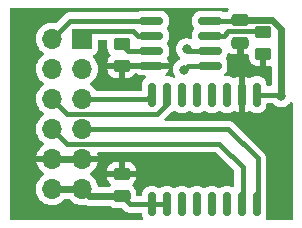
<source format=gtl>
%TF.GenerationSoftware,KiCad,Pcbnew,(6.0.5)*%
%TF.CreationDate,2024-07-06T21:03:59+02:00*%
%TF.ProjectId,pmod_mem_2v0,706d6f64-5f6d-4656-9d5f-3276302e6b69,rev?*%
%TF.SameCoordinates,Original*%
%TF.FileFunction,Copper,L1,Top*%
%TF.FilePolarity,Positive*%
%FSLAX46Y46*%
G04 Gerber Fmt 4.6, Leading zero omitted, Abs format (unit mm)*
G04 Created by KiCad (PCBNEW (6.0.5)) date 2024-07-06 21:03:59*
%MOMM*%
%LPD*%
G01*
G04 APERTURE LIST*
G04 Aperture macros list*
%AMRoundRect*
0 Rectangle with rounded corners*
0 $1 Rounding radius*
0 $2 $3 $4 $5 $6 $7 $8 $9 X,Y pos of 4 corners*
0 Add a 4 corners polygon primitive as box body*
4,1,4,$2,$3,$4,$5,$6,$7,$8,$9,$2,$3,0*
0 Add four circle primitives for the rounded corners*
1,1,$1+$1,$2,$3*
1,1,$1+$1,$4,$5*
1,1,$1+$1,$6,$7*
1,1,$1+$1,$8,$9*
0 Add four rect primitives between the rounded corners*
20,1,$1+$1,$2,$3,$4,$5,0*
20,1,$1+$1,$4,$5,$6,$7,0*
20,1,$1+$1,$6,$7,$8,$9,0*
20,1,$1+$1,$8,$9,$2,$3,0*%
G04 Aperture macros list end*
%TA.AperFunction,SMDPad,CuDef*%
%ADD10RoundRect,0.250000X-0.475000X0.250000X-0.475000X-0.250000X0.475000X-0.250000X0.475000X0.250000X0*%
%TD*%
%TA.AperFunction,SMDPad,CuDef*%
%ADD11RoundRect,0.150000X0.150000X-0.875000X0.150000X0.875000X-0.150000X0.875000X-0.150000X-0.875000X0*%
%TD*%
%TA.AperFunction,SMDPad,CuDef*%
%ADD12RoundRect,0.250000X-0.450000X0.262500X-0.450000X-0.262500X0.450000X-0.262500X0.450000X0.262500X0*%
%TD*%
%TA.AperFunction,SMDPad,CuDef*%
%ADD13RoundRect,0.250000X0.475000X-0.250000X0.475000X0.250000X-0.475000X0.250000X-0.475000X-0.250000X0*%
%TD*%
%TA.AperFunction,ComponentPad*%
%ADD14R,1.700000X1.700000*%
%TD*%
%TA.AperFunction,ComponentPad*%
%ADD15O,1.700000X1.700000*%
%TD*%
%TA.AperFunction,SMDPad,CuDef*%
%ADD16RoundRect,0.150000X-0.825000X-0.150000X0.825000X-0.150000X0.825000X0.150000X-0.825000X0.150000X0*%
%TD*%
%TA.AperFunction,ViaPad*%
%ADD17C,0.800000*%
%TD*%
%TA.AperFunction,Conductor*%
%ADD18C,0.400000*%
%TD*%
%TA.AperFunction,Conductor*%
%ADD19C,0.600000*%
%TD*%
G04 APERTURE END LIST*
D10*
%TO.P,C2,1*%
%TO.N,+3V3*%
X158000000Y-93050000D03*
%TO.P,C2,2*%
%TO.N,GND*%
X158000000Y-94950000D03*
%TD*%
D11*
%TO.P,U2,1,~HOLD*%
%TO.N,+3V3*%
X150555000Y-108650000D03*
%TO.P,U2,2,VCC*%
X151825000Y-108650000D03*
%TO.P,U2,3,NC1*%
%TO.N,unconnected-(U2-Pad3)*%
X153095000Y-108650000D03*
%TO.P,U2,4,NC2*%
%TO.N,unconnected-(U2-Pad4)*%
X154365000Y-108650000D03*
%TO.P,U2,5,NC3*%
%TO.N,unconnected-(U2-Pad5)*%
X155635000Y-108650000D03*
%TO.P,U2,6,NC4*%
%TO.N,unconnected-(U2-Pad6)*%
X156905000Y-108650000D03*
%TO.P,U2,7,~CS*%
%TO.N,/AT_NCS*%
X158175000Y-108650000D03*
%TO.P,U2,8,SO(SOI)*%
%TO.N,/AT_MISO*%
X159445000Y-108650000D03*
%TO.P,U2,9,~WP*%
%TO.N,+3V3*%
X159445000Y-99350000D03*
%TO.P,U2,10,GND*%
%TO.N,GND*%
X158175000Y-99350000D03*
%TO.P,U2,11,NC5*%
%TO.N,unconnected-(U2-Pad11)*%
X156905000Y-99350000D03*
%TO.P,U2,12,NC6*%
%TO.N,unconnected-(U2-Pad12)*%
X155635000Y-99350000D03*
%TO.P,U2,13,NC7*%
%TO.N,unconnected-(U2-Pad13)*%
X154365000Y-99350000D03*
%TO.P,U2,14,NC8*%
%TO.N,unconnected-(U2-Pad14)*%
X153095000Y-99350000D03*
%TO.P,U2,15,SI(SIO)*%
%TO.N,/AT_MOSI*%
X151825000Y-99350000D03*
%TO.P,U2,16,SCK*%
%TO.N,/AT_SCK*%
X150555000Y-99350000D03*
%TD*%
D12*
%TO.P,R2,1*%
%TO.N,Net-(R2-Pad1)*%
X160000000Y-94087500D03*
%TO.P,R2,2*%
%TO.N,GND*%
X160000000Y-95912500D03*
%TD*%
D13*
%TO.P,C1,1*%
%TO.N,+3V3*%
X148000000Y-107950000D03*
%TO.P,C1,2*%
%TO.N,GND*%
X148000000Y-106050000D03*
%TD*%
D14*
%TO.P,PMOD1,1,IOA0*%
%TO.N,/PM_MISO*%
X144650000Y-94650000D03*
D15*
%TO.P,PMOD1,2,IOA1*%
%TO.N,/PM_MOSI*%
X144650000Y-97190000D03*
%TO.P,PMOD1,3,IOA2*%
%TO.N,/AT_SCK*%
X144650000Y-99730000D03*
%TO.P,PMOD1,4,IOA3*%
%TO.N,/AT_MISO*%
X144650000Y-102270000D03*
%TO.P,PMOD1,5,GND*%
%TO.N,GND*%
X144650000Y-104810000D03*
%TO.P,PMOD1,6,VCC*%
%TO.N,+3V3*%
X144650000Y-107350000D03*
%TO.P,PMOD1,7,IOB0*%
%TO.N,/PM_NCS*%
X142110000Y-94650000D03*
%TO.P,PMOD1,8,IOB1*%
%TO.N,/PM_SCK*%
X142110000Y-97190000D03*
%TO.P,PMOD1,9,IOB2*%
%TO.N,/AT_MOSI*%
X142110000Y-99730000D03*
%TO.P,PMOD1,10,IOB3*%
%TO.N,/AT_NCS*%
X142110000Y-102270000D03*
%TO.P,PMOD1,11,GND*%
%TO.N,GND*%
X142110000Y-104810000D03*
%TO.P,PMOD1,12,VCC*%
%TO.N,+3V3*%
X142110000Y-107350000D03*
%TD*%
D12*
%TO.P,R1,1*%
%TO.N,Net-(R1-Pad1)*%
X148000000Y-95087500D03*
%TO.P,R1,2*%
%TO.N,GND*%
X148000000Y-96912500D03*
%TD*%
D16*
%TO.P,U1,1,~CE*%
%TO.N,/PM_NCS*%
X150525000Y-93095000D03*
%TO.P,U1,2,SO/SIO[1]*%
%TO.N,/PM_MISO*%
X150525000Y-94365000D03*
%TO.P,U1,3,SIO[2]*%
%TO.N,Net-(R1-Pad1)*%
X150525000Y-95635000D03*
%TO.P,U1,4,VSS*%
%TO.N,GND*%
X150525000Y-96905000D03*
%TO.P,U1,5,SI/SIO[0]*%
%TO.N,/PM_MOSI*%
X155475000Y-96905000D03*
%TO.P,U1,6,CLK*%
%TO.N,/PM_SCK*%
X155475000Y-95635000D03*
%TO.P,U1,7,SIO[3]*%
%TO.N,Net-(R2-Pad1)*%
X155475000Y-94365000D03*
%TO.P,U1,8,VCC*%
%TO.N,+3V3*%
X155475000Y-93095000D03*
%TD*%
D17*
%TO.N,GND*%
X148000000Y-98500000D03*
X159000000Y-102000000D03*
X158000000Y-96500000D03*
X156750000Y-106250000D03*
%TO.N,/PM_MOSI*%
X153250000Y-97250000D03*
%TO.N,/PM_SCK*%
X153500000Y-95500000D03*
%TO.N,+3V3*%
X161500000Y-99500000D03*
%TD*%
D18*
%TO.N,GND*%
X150525000Y-96905000D02*
X148007500Y-96905000D01*
X158175000Y-99350000D02*
X158175000Y-101175000D01*
X158175000Y-101175000D02*
X159000000Y-102000000D01*
D19*
X142110000Y-104810000D02*
X144650000Y-104810000D01*
X158000000Y-94950000D02*
X158000000Y-96500000D01*
D18*
X148000000Y-96912500D02*
X148000000Y-98500000D01*
X148007500Y-96905000D02*
X148000000Y-96912500D01*
%TO.N,Net-(R1-Pad1)*%
X148547500Y-95635000D02*
X148000000Y-95087500D01*
X150525000Y-95635000D02*
X148547500Y-95635000D01*
%TO.N,Net-(R2-Pad1)*%
X159912500Y-94000000D02*
X160000000Y-94087500D01*
X157000000Y-94000000D02*
X159912500Y-94000000D01*
X156635000Y-94365000D02*
X157000000Y-94000000D01*
X155475000Y-94365000D02*
X156635000Y-94365000D01*
%TO.N,/PM_NCS*%
X143665000Y-93095000D02*
X142110000Y-94650000D01*
X150525000Y-93095000D02*
X143665000Y-93095000D01*
%TO.N,/PM_MISO*%
X149000000Y-94000000D02*
X145300000Y-94000000D01*
X145300000Y-94000000D02*
X144650000Y-94650000D01*
X149365000Y-94365000D02*
X149000000Y-94000000D01*
X150525000Y-94365000D02*
X149365000Y-94365000D01*
%TO.N,/PM_MOSI*%
X153250000Y-97250000D02*
X153595000Y-96905000D01*
X153595000Y-96905000D02*
X155475000Y-96905000D01*
%TO.N,/PM_SCK*%
X155475000Y-95635000D02*
X153635000Y-95635000D01*
X153635000Y-95635000D02*
X153500000Y-95500000D01*
%TO.N,+3V3*%
X155475000Y-93095000D02*
X157955000Y-93095000D01*
D19*
X145250000Y-107950000D02*
X144650000Y-107350000D01*
D18*
X150555000Y-108650000D02*
X148700000Y-108650000D01*
D19*
X160734981Y-93050000D02*
X161500000Y-93815019D01*
D18*
X151825000Y-108650000D02*
X150555000Y-108650000D01*
D19*
X148000000Y-107950000D02*
X145250000Y-107950000D01*
D18*
X157955000Y-93095000D02*
X158000000Y-93050000D01*
D19*
X161500000Y-93815019D02*
X161500000Y-99500000D01*
D18*
X148700000Y-108650000D02*
X148000000Y-107950000D01*
D19*
X142110000Y-107350000D02*
X144650000Y-107350000D01*
D18*
X159445000Y-99350000D02*
X161350000Y-99350000D01*
X161350000Y-99350000D02*
X161500000Y-99500000D01*
D19*
X158000000Y-93050000D02*
X160734981Y-93050000D01*
D18*
%TO.N,/AT_NCS*%
X143359511Y-103519511D02*
X156269511Y-103519511D01*
X142110000Y-102270000D02*
X143359511Y-103519511D01*
X158250000Y-108575000D02*
X158175000Y-108650000D01*
X158250000Y-105500000D02*
X158250000Y-108575000D01*
X156269511Y-103519511D02*
X158250000Y-105500000D01*
%TO.N,/AT_MISO*%
X159500000Y-104750000D02*
X159500000Y-108595000D01*
X144650000Y-102270000D02*
X157020000Y-102270000D01*
X159500000Y-108595000D02*
X159445000Y-108650000D01*
X157020000Y-102270000D02*
X159500000Y-104750000D01*
%TO.N,/AT_MOSI*%
X151825000Y-100175000D02*
X151020489Y-100979511D01*
X151020489Y-100979511D02*
X143359511Y-100979511D01*
X143359511Y-100979511D02*
X142110000Y-99730000D01*
X151825000Y-99350000D02*
X151825000Y-100175000D01*
%TO.N,/AT_SCK*%
X144650000Y-99730000D02*
X150175000Y-99730000D01*
X150175000Y-99730000D02*
X150555000Y-99350000D01*
%TD*%
%TA.AperFunction,Conductor*%
%TO.N,GND*%
G36*
X158196121Y-94728502D02*
G01*
X158242614Y-94782158D01*
X158254000Y-94834500D01*
X158254000Y-95939884D01*
X158258475Y-95955123D01*
X158259865Y-95956328D01*
X158267548Y-95957999D01*
X158522095Y-95957999D01*
X158528614Y-95957662D01*
X158624203Y-95947744D01*
X158639404Y-95944461D01*
X158710212Y-95949633D01*
X158766983Y-95992265D01*
X158791693Y-96058823D01*
X158792001Y-96067622D01*
X158792001Y-96222095D01*
X158792338Y-96228614D01*
X158802257Y-96324206D01*
X158805149Y-96337600D01*
X158856588Y-96491784D01*
X158862761Y-96504962D01*
X158948063Y-96642807D01*
X158957099Y-96654208D01*
X159071829Y-96768739D01*
X159083240Y-96777751D01*
X159221243Y-96862816D01*
X159234424Y-96868963D01*
X159388710Y-96920138D01*
X159402086Y-96923005D01*
X159496438Y-96932672D01*
X159502854Y-96933000D01*
X159727885Y-96933000D01*
X159743124Y-96928525D01*
X159744329Y-96927135D01*
X159746000Y-96919452D01*
X159746000Y-95784500D01*
X159766002Y-95716379D01*
X159819658Y-95669886D01*
X159872000Y-95658500D01*
X160128000Y-95658500D01*
X160196121Y-95678502D01*
X160242614Y-95732158D01*
X160254000Y-95784500D01*
X160254000Y-96914884D01*
X160258475Y-96930123D01*
X160259865Y-96931328D01*
X160267548Y-96932999D01*
X160497095Y-96932999D01*
X160503614Y-96932662D01*
X160552497Y-96927590D01*
X160622318Y-96940455D01*
X160674100Y-96989026D01*
X160691500Y-97052917D01*
X160691500Y-98515500D01*
X160671498Y-98583621D01*
X160617842Y-98630114D01*
X160565500Y-98641500D01*
X160379500Y-98641500D01*
X160311379Y-98621498D01*
X160264886Y-98567842D01*
X160253500Y-98515500D01*
X160253500Y-98408498D01*
X160252919Y-98401114D01*
X160251067Y-98377579D01*
X160251066Y-98377574D01*
X160250562Y-98371169D01*
X160204145Y-98211399D01*
X160173766Y-98160031D01*
X160123491Y-98075020D01*
X160123489Y-98075017D01*
X160119453Y-98068193D01*
X160001807Y-97950547D01*
X159994983Y-97946511D01*
X159994980Y-97946509D01*
X159865427Y-97869892D01*
X159865425Y-97869891D01*
X159858601Y-97865855D01*
X159850990Y-97863644D01*
X159850988Y-97863643D01*
X159763142Y-97838122D01*
X159698831Y-97819438D01*
X159692426Y-97818934D01*
X159692421Y-97818933D01*
X159663958Y-97816693D01*
X159663950Y-97816693D01*
X159661502Y-97816500D01*
X159228498Y-97816500D01*
X159226050Y-97816693D01*
X159226042Y-97816693D01*
X159197579Y-97818933D01*
X159197574Y-97818934D01*
X159191169Y-97819438D01*
X159126858Y-97838122D01*
X159039012Y-97863643D01*
X159039010Y-97863644D01*
X159031399Y-97865855D01*
X158888193Y-97950547D01*
X158885253Y-97953487D01*
X158820729Y-97978821D01*
X158751106Y-97964920D01*
X158732360Y-97952871D01*
X158724677Y-97946911D01*
X158595221Y-97870352D01*
X158580790Y-97864107D01*
X158446395Y-97825061D01*
X158432294Y-97825101D01*
X158429000Y-97832370D01*
X158429000Y-100861878D01*
X158432973Y-100875409D01*
X158440871Y-100876544D01*
X158580790Y-100835893D01*
X158595221Y-100829648D01*
X158724676Y-100753090D01*
X158732364Y-100747126D01*
X158798449Y-100721179D01*
X158868072Y-100735080D01*
X158884158Y-100745418D01*
X158888193Y-100749453D01*
X159031399Y-100834145D01*
X159039010Y-100836356D01*
X159039012Y-100836357D01*
X159063004Y-100843327D01*
X159191169Y-100880562D01*
X159197574Y-100881066D01*
X159197579Y-100881067D01*
X159226042Y-100883307D01*
X159226050Y-100883307D01*
X159228498Y-100883500D01*
X159661502Y-100883500D01*
X159663950Y-100883307D01*
X159663958Y-100883307D01*
X159692421Y-100881067D01*
X159692426Y-100881066D01*
X159698831Y-100880562D01*
X159826996Y-100843327D01*
X159850988Y-100836357D01*
X159850990Y-100836356D01*
X159858601Y-100834145D01*
X159887411Y-100817107D01*
X159994980Y-100753491D01*
X159994984Y-100753488D01*
X160001807Y-100749453D01*
X160119453Y-100631807D01*
X160123489Y-100624983D01*
X160123491Y-100624980D01*
X160200108Y-100495427D01*
X160204145Y-100488601D01*
X160250562Y-100328831D01*
X160253500Y-100291502D01*
X160253500Y-100184500D01*
X160273502Y-100116379D01*
X160327158Y-100069886D01*
X160379500Y-100058500D01*
X160724271Y-100058500D01*
X160792392Y-100078502D01*
X160817906Y-100100189D01*
X160888747Y-100178866D01*
X161043248Y-100291118D01*
X161049276Y-100293802D01*
X161049278Y-100293803D01*
X161211681Y-100366109D01*
X161217712Y-100368794D01*
X161311113Y-100388647D01*
X161398056Y-100407128D01*
X161398061Y-100407128D01*
X161404513Y-100408500D01*
X161595487Y-100408500D01*
X161601939Y-100407128D01*
X161601944Y-100407128D01*
X161688887Y-100388647D01*
X161782288Y-100368794D01*
X161788319Y-100366109D01*
X161950722Y-100293803D01*
X161950724Y-100293802D01*
X161956752Y-100291118D01*
X162111253Y-100178866D01*
X162152915Y-100132596D01*
X162234621Y-100041852D01*
X162234622Y-100041851D01*
X162239040Y-100036944D01*
X162256382Y-100006907D01*
X162307764Y-99957915D01*
X162377478Y-99944480D01*
X162443389Y-99970867D01*
X162484570Y-100028699D01*
X162491500Y-100069909D01*
X162491500Y-109865500D01*
X162471498Y-109933621D01*
X162417842Y-109980114D01*
X162365500Y-109991500D01*
X160305052Y-109991500D01*
X160236931Y-109971498D01*
X160190438Y-109917842D01*
X160180334Y-109847568D01*
X160196598Y-109801362D01*
X160200109Y-109795425D01*
X160204145Y-109788601D01*
X160250562Y-109628831D01*
X160253500Y-109591502D01*
X160253500Y-107708498D01*
X160250562Y-107671169D01*
X160213503Y-107543609D01*
X160208500Y-107508457D01*
X160208500Y-104778927D01*
X160208792Y-104770358D01*
X160212210Y-104720225D01*
X160212210Y-104720221D01*
X160212726Y-104712648D01*
X160201736Y-104649681D01*
X160200775Y-104643165D01*
X160194014Y-104587298D01*
X160193102Y-104579758D01*
X160190419Y-104572657D01*
X160189778Y-104570048D01*
X160185313Y-104553728D01*
X160184548Y-104551195D01*
X160183243Y-104543717D01*
X160157552Y-104485190D01*
X160155067Y-104479102D01*
X160135172Y-104426449D01*
X160135171Y-104426447D01*
X160132487Y-104419344D01*
X160128186Y-104413085D01*
X160126949Y-104410720D01*
X160118727Y-104395948D01*
X160117372Y-104393656D01*
X160114316Y-104386695D01*
X160109691Y-104380668D01*
X160109689Y-104380664D01*
X160075407Y-104335987D01*
X160071529Y-104330650D01*
X160039659Y-104284278D01*
X160039658Y-104284277D01*
X160035357Y-104278019D01*
X159988838Y-104236572D01*
X159983563Y-104231592D01*
X157541442Y-101789472D01*
X157535588Y-101783206D01*
X157502556Y-101745340D01*
X157502553Y-101745337D01*
X157497561Y-101739615D01*
X157445280Y-101702871D01*
X157439986Y-101698939D01*
X157395693Y-101664209D01*
X157389718Y-101659524D01*
X157382802Y-101656401D01*
X157380516Y-101655017D01*
X157365835Y-101646643D01*
X157363475Y-101645378D01*
X157357261Y-101641010D01*
X157350182Y-101638250D01*
X157350180Y-101638249D01*
X157297725Y-101617798D01*
X157291656Y-101615247D01*
X157233427Y-101588955D01*
X157225960Y-101587571D01*
X157223405Y-101586770D01*
X157207152Y-101582141D01*
X157204572Y-101581478D01*
X157197491Y-101578718D01*
X157189960Y-101577727D01*
X157189958Y-101577726D01*
X157160339Y-101573827D01*
X157134139Y-101570378D01*
X157127641Y-101569348D01*
X157064814Y-101557704D01*
X157057234Y-101558141D01*
X157057233Y-101558141D01*
X157002608Y-101561291D01*
X156995354Y-101561500D01*
X151744661Y-101561500D01*
X151676540Y-101541498D01*
X151630047Y-101487842D01*
X151619943Y-101417568D01*
X151649437Y-101352988D01*
X151655566Y-101346404D01*
X151882359Y-101119612D01*
X152115969Y-100886002D01*
X152169912Y-100854101D01*
X152230986Y-100836358D01*
X152230991Y-100836356D01*
X152238601Y-100834145D01*
X152381807Y-100749453D01*
X152384489Y-100746771D01*
X152448861Y-100721498D01*
X152518484Y-100735400D01*
X152534312Y-100745572D01*
X152538193Y-100749453D01*
X152681399Y-100834145D01*
X152689010Y-100836356D01*
X152689012Y-100836357D01*
X152713004Y-100843327D01*
X152841169Y-100880562D01*
X152847574Y-100881066D01*
X152847579Y-100881067D01*
X152876042Y-100883307D01*
X152876050Y-100883307D01*
X152878498Y-100883500D01*
X153311502Y-100883500D01*
X153313950Y-100883307D01*
X153313958Y-100883307D01*
X153342421Y-100881067D01*
X153342426Y-100881066D01*
X153348831Y-100880562D01*
X153476996Y-100843327D01*
X153500988Y-100836357D01*
X153500990Y-100836356D01*
X153508601Y-100834145D01*
X153651807Y-100749453D01*
X153654489Y-100746771D01*
X153718861Y-100721498D01*
X153788484Y-100735400D01*
X153804312Y-100745572D01*
X153808193Y-100749453D01*
X153951399Y-100834145D01*
X153959010Y-100836356D01*
X153959012Y-100836357D01*
X153983004Y-100843327D01*
X154111169Y-100880562D01*
X154117574Y-100881066D01*
X154117579Y-100881067D01*
X154146042Y-100883307D01*
X154146050Y-100883307D01*
X154148498Y-100883500D01*
X154581502Y-100883500D01*
X154583950Y-100883307D01*
X154583958Y-100883307D01*
X154612421Y-100881067D01*
X154612426Y-100881066D01*
X154618831Y-100880562D01*
X154746996Y-100843327D01*
X154770988Y-100836357D01*
X154770990Y-100836356D01*
X154778601Y-100834145D01*
X154921807Y-100749453D01*
X154924489Y-100746771D01*
X154988861Y-100721498D01*
X155058484Y-100735400D01*
X155074312Y-100745572D01*
X155078193Y-100749453D01*
X155221399Y-100834145D01*
X155229010Y-100836356D01*
X155229012Y-100836357D01*
X155253004Y-100843327D01*
X155381169Y-100880562D01*
X155387574Y-100881066D01*
X155387579Y-100881067D01*
X155416042Y-100883307D01*
X155416050Y-100883307D01*
X155418498Y-100883500D01*
X155851502Y-100883500D01*
X155853950Y-100883307D01*
X155853958Y-100883307D01*
X155882421Y-100881067D01*
X155882426Y-100881066D01*
X155888831Y-100880562D01*
X156016996Y-100843327D01*
X156040988Y-100836357D01*
X156040990Y-100836356D01*
X156048601Y-100834145D01*
X156191807Y-100749453D01*
X156194489Y-100746771D01*
X156258861Y-100721498D01*
X156328484Y-100735400D01*
X156344312Y-100745572D01*
X156348193Y-100749453D01*
X156491399Y-100834145D01*
X156499010Y-100836356D01*
X156499012Y-100836357D01*
X156523004Y-100843327D01*
X156651169Y-100880562D01*
X156657574Y-100881066D01*
X156657579Y-100881067D01*
X156686042Y-100883307D01*
X156686050Y-100883307D01*
X156688498Y-100883500D01*
X157121502Y-100883500D01*
X157123950Y-100883307D01*
X157123958Y-100883307D01*
X157152421Y-100881067D01*
X157152426Y-100881066D01*
X157158831Y-100880562D01*
X157286996Y-100843327D01*
X157310988Y-100836357D01*
X157310990Y-100836356D01*
X157318601Y-100834145D01*
X157461807Y-100749453D01*
X157464747Y-100746513D01*
X157529271Y-100721179D01*
X157598894Y-100735080D01*
X157617640Y-100747129D01*
X157625323Y-100753089D01*
X157754779Y-100829648D01*
X157769210Y-100835893D01*
X157903605Y-100874939D01*
X157917706Y-100874899D01*
X157921000Y-100867630D01*
X157921000Y-97838122D01*
X157917027Y-97824591D01*
X157909129Y-97823456D01*
X157769210Y-97864107D01*
X157754779Y-97870352D01*
X157625324Y-97946910D01*
X157617636Y-97952874D01*
X157551551Y-97978821D01*
X157481928Y-97964920D01*
X157465842Y-97954582D01*
X157461807Y-97950547D01*
X157318601Y-97865855D01*
X157310990Y-97863644D01*
X157310988Y-97863643D01*
X157223142Y-97838122D01*
X157158831Y-97819438D01*
X157152426Y-97818934D01*
X157152421Y-97818933D01*
X157123958Y-97816693D01*
X157123950Y-97816693D01*
X157121502Y-97816500D01*
X156766560Y-97816500D01*
X156698439Y-97796498D01*
X156651946Y-97742842D01*
X156641842Y-97672568D01*
X156671336Y-97607988D01*
X156694171Y-97588930D01*
X156693719Y-97588347D01*
X156699980Y-97583491D01*
X156706807Y-97579453D01*
X156824453Y-97461807D01*
X156828489Y-97454983D01*
X156828491Y-97454980D01*
X156905108Y-97325427D01*
X156909145Y-97318601D01*
X156911415Y-97310790D01*
X156929075Y-97250000D01*
X156955562Y-97158831D01*
X156956135Y-97151562D01*
X156958307Y-97123958D01*
X156958307Y-97123950D01*
X156958500Y-97121502D01*
X156958500Y-96688498D01*
X156955562Y-96651169D01*
X156914996Y-96511538D01*
X156911357Y-96499012D01*
X156911356Y-96499010D01*
X156909145Y-96491399D01*
X156824453Y-96348193D01*
X156821771Y-96345511D01*
X156796498Y-96281139D01*
X156810400Y-96211516D01*
X156820572Y-96195688D01*
X156824453Y-96191807D01*
X156909145Y-96048601D01*
X156924233Y-95996669D01*
X156946181Y-95921121D01*
X156984394Y-95861286D01*
X157048890Y-95831608D01*
X157119192Y-95841511D01*
X157133294Y-95849014D01*
X157196243Y-95887816D01*
X157209424Y-95893963D01*
X157363710Y-95945138D01*
X157377086Y-95948005D01*
X157471438Y-95957672D01*
X157477854Y-95958000D01*
X157727885Y-95958000D01*
X157743124Y-95953525D01*
X157744329Y-95952135D01*
X157746000Y-95944452D01*
X157746000Y-94834500D01*
X157766002Y-94766379D01*
X157819658Y-94719886D01*
X157872000Y-94708500D01*
X158128000Y-94708500D01*
X158196121Y-94728502D01*
G37*
%TD.AperFunction*%
%TA.AperFunction,Conductor*%
G36*
X157007642Y-92028502D02*
G01*
X157054135Y-92082158D01*
X157064239Y-92152432D01*
X157034745Y-92217012D01*
X157028694Y-92223518D01*
X156965822Y-92286500D01*
X156925695Y-92326697D01*
X156921854Y-92332928D01*
X156917381Y-92338592D01*
X156859464Y-92379655D01*
X156818499Y-92386500D01*
X156683706Y-92386500D01*
X156619569Y-92368955D01*
X156563601Y-92335855D01*
X156555990Y-92333644D01*
X156555988Y-92333643D01*
X156503769Y-92318472D01*
X156403831Y-92289438D01*
X156397426Y-92288934D01*
X156397421Y-92288933D01*
X156368958Y-92286693D01*
X156368950Y-92286693D01*
X156366502Y-92286500D01*
X154583498Y-92286500D01*
X154581050Y-92286693D01*
X154581042Y-92286693D01*
X154552579Y-92288933D01*
X154552574Y-92288934D01*
X154546169Y-92289438D01*
X154446231Y-92318472D01*
X154394012Y-92333643D01*
X154394010Y-92333644D01*
X154386399Y-92335855D01*
X154379572Y-92339892D01*
X154379573Y-92339892D01*
X154250020Y-92416509D01*
X154250017Y-92416511D01*
X154243193Y-92420547D01*
X154125547Y-92538193D01*
X154121511Y-92545017D01*
X154121509Y-92545020D01*
X154085345Y-92606170D01*
X154040855Y-92681399D01*
X153994438Y-92841169D01*
X153991500Y-92878498D01*
X153991500Y-93311502D01*
X153991693Y-93313950D01*
X153991693Y-93313958D01*
X153992607Y-93325562D01*
X153994438Y-93348831D01*
X154040855Y-93508601D01*
X154125547Y-93651807D01*
X154128229Y-93654489D01*
X154153502Y-93718861D01*
X154139600Y-93788484D01*
X154129428Y-93804312D01*
X154125547Y-93808193D01*
X154040855Y-93951399D01*
X153994438Y-94111169D01*
X153991500Y-94148498D01*
X153991500Y-94530330D01*
X153971498Y-94598451D01*
X153917842Y-94644944D01*
X153847568Y-94655048D01*
X153814252Y-94645437D01*
X153782288Y-94631206D01*
X153688888Y-94611353D01*
X153601944Y-94592872D01*
X153601939Y-94592872D01*
X153595487Y-94591500D01*
X153404513Y-94591500D01*
X153398061Y-94592872D01*
X153398056Y-94592872D01*
X153311113Y-94611353D01*
X153217712Y-94631206D01*
X153211682Y-94633891D01*
X153211681Y-94633891D01*
X153049278Y-94706197D01*
X153049276Y-94706198D01*
X153043248Y-94708882D01*
X152888747Y-94821134D01*
X152884326Y-94826044D01*
X152884325Y-94826045D01*
X152804250Y-94914978D01*
X152760960Y-94963056D01*
X152733199Y-95011139D01*
X152683324Y-95097526D01*
X152665473Y-95128444D01*
X152606458Y-95310072D01*
X152605768Y-95316633D01*
X152605768Y-95316635D01*
X152596964Y-95400400D01*
X152586496Y-95500000D01*
X152587186Y-95506565D01*
X152604352Y-95669886D01*
X152606458Y-95689928D01*
X152665473Y-95871556D01*
X152760960Y-96036944D01*
X152765378Y-96041851D01*
X152765379Y-96041852D01*
X152884325Y-96173955D01*
X152888747Y-96178866D01*
X152914871Y-96197846D01*
X152958225Y-96254068D01*
X152964301Y-96324804D01*
X152931169Y-96387596D01*
X152892058Y-96414889D01*
X152799281Y-96456195D01*
X152799274Y-96456199D01*
X152793248Y-96458882D01*
X152787907Y-96462762D01*
X152787906Y-96462763D01*
X152757604Y-96484779D01*
X152638747Y-96571134D01*
X152510960Y-96713056D01*
X152415473Y-96878444D01*
X152356458Y-97060072D01*
X152355768Y-97066633D01*
X152355768Y-97066635D01*
X152339429Y-97222095D01*
X152336496Y-97250000D01*
X152356458Y-97439928D01*
X152415473Y-97621556D01*
X152481212Y-97735419D01*
X152497949Y-97804411D01*
X152474729Y-97871503D01*
X152418922Y-97915390D01*
X152348247Y-97922139D01*
X152307954Y-97906870D01*
X152282940Y-97892077D01*
X152238601Y-97865855D01*
X152230990Y-97863644D01*
X152230988Y-97863643D01*
X152143142Y-97838122D01*
X152078831Y-97819438D01*
X152072426Y-97818934D01*
X152072421Y-97818933D01*
X152043958Y-97816693D01*
X152043950Y-97816693D01*
X152041502Y-97816500D01*
X151815579Y-97816500D01*
X151747458Y-97796498D01*
X151700965Y-97742842D01*
X151690861Y-97672568D01*
X151720355Y-97607988D01*
X151743784Y-97588436D01*
X151743408Y-97587952D01*
X151762104Y-97573449D01*
X151868449Y-97467104D01*
X151878089Y-97454678D01*
X151954648Y-97325221D01*
X151960893Y-97310790D01*
X151999939Y-97176395D01*
X151999899Y-97162294D01*
X151992630Y-97159000D01*
X149266115Y-97159000D01*
X149257955Y-97161396D01*
X149222457Y-97166500D01*
X148272115Y-97166500D01*
X148256876Y-97170975D01*
X148255671Y-97172365D01*
X148254000Y-97180048D01*
X148254000Y-97914884D01*
X148258475Y-97930123D01*
X148259865Y-97931328D01*
X148267548Y-97932999D01*
X148497095Y-97932999D01*
X148503614Y-97932662D01*
X148599206Y-97922743D01*
X148612600Y-97919851D01*
X148766784Y-97868412D01*
X148779962Y-97862239D01*
X148917807Y-97776937D01*
X148929208Y-97767901D01*
X149043739Y-97653171D01*
X149052753Y-97641757D01*
X149084830Y-97589718D01*
X149137601Y-97542224D01*
X149207673Y-97530800D01*
X149272797Y-97559074D01*
X149281185Y-97566738D01*
X149287896Y-97573449D01*
X149300322Y-97583089D01*
X149429779Y-97659648D01*
X149444210Y-97665893D01*
X149590065Y-97708269D01*
X149602667Y-97710570D01*
X149631084Y-97712807D01*
X149636014Y-97713000D01*
X149939286Y-97713000D01*
X150007407Y-97733002D01*
X150053900Y-97786658D01*
X150064004Y-97856932D01*
X150034510Y-97921512D01*
X150010925Y-97941194D01*
X150011281Y-97941653D01*
X150005020Y-97946509D01*
X149998193Y-97950547D01*
X149880547Y-98068193D01*
X149876511Y-98075017D01*
X149876509Y-98075020D01*
X149826234Y-98160031D01*
X149795855Y-98211399D01*
X149749438Y-98371169D01*
X149748934Y-98377574D01*
X149748933Y-98377579D01*
X149747081Y-98401114D01*
X149746500Y-98408498D01*
X149746500Y-98895500D01*
X149726498Y-98963621D01*
X149672842Y-99010114D01*
X149620500Y-99021500D01*
X145878286Y-99021500D01*
X145810165Y-99001498D01*
X145772494Y-98963941D01*
X145772287Y-98963621D01*
X145730014Y-98898277D01*
X145579670Y-98733051D01*
X145575619Y-98729852D01*
X145575615Y-98729848D01*
X145408414Y-98597800D01*
X145408410Y-98597798D01*
X145404359Y-98594598D01*
X145363053Y-98571796D01*
X145313084Y-98521364D01*
X145298312Y-98451921D01*
X145323428Y-98385516D01*
X145350780Y-98358909D01*
X145394603Y-98327650D01*
X145529860Y-98231173D01*
X145688096Y-98073489D01*
X145747594Y-97990689D01*
X145815435Y-97896277D01*
X145818453Y-97892077D01*
X145828622Y-97871503D01*
X145915136Y-97696453D01*
X145915137Y-97696451D01*
X145917430Y-97691811D01*
X145982370Y-97478069D01*
X146011529Y-97256590D01*
X146011690Y-97250000D01*
X146012372Y-97222095D01*
X146792001Y-97222095D01*
X146792338Y-97228614D01*
X146802257Y-97324206D01*
X146805149Y-97337600D01*
X146856588Y-97491784D01*
X146862761Y-97504962D01*
X146948063Y-97642807D01*
X146957099Y-97654208D01*
X147071829Y-97768739D01*
X147083240Y-97777751D01*
X147221243Y-97862816D01*
X147234424Y-97868963D01*
X147388710Y-97920138D01*
X147402086Y-97923005D01*
X147496438Y-97932672D01*
X147502854Y-97933000D01*
X147727885Y-97933000D01*
X147743124Y-97928525D01*
X147744329Y-97927135D01*
X147746000Y-97919452D01*
X147746000Y-97184615D01*
X147741525Y-97169376D01*
X147740135Y-97168171D01*
X147732452Y-97166500D01*
X146810116Y-97166500D01*
X146794877Y-97170975D01*
X146793672Y-97172365D01*
X146792001Y-97180048D01*
X146792001Y-97222095D01*
X146012372Y-97222095D01*
X146013074Y-97193365D01*
X146013074Y-97193361D01*
X146013156Y-97190000D01*
X145994852Y-96967361D01*
X145940431Y-96750702D01*
X145851354Y-96545840D01*
X145753218Y-96394145D01*
X145732822Y-96362617D01*
X145732820Y-96362614D01*
X145730014Y-96358277D01*
X145726532Y-96354450D01*
X145582798Y-96196488D01*
X145551746Y-96132642D01*
X145560141Y-96062143D01*
X145605317Y-96007375D01*
X145631761Y-95993706D01*
X145738297Y-95953767D01*
X145746705Y-95950615D01*
X145863261Y-95863261D01*
X145950615Y-95746705D01*
X146001745Y-95610316D01*
X146008500Y-95548134D01*
X146008500Y-94834500D01*
X146028502Y-94766379D01*
X146082158Y-94719886D01*
X146134500Y-94708500D01*
X146665500Y-94708500D01*
X146733621Y-94728502D01*
X146780114Y-94782158D01*
X146791500Y-94834500D01*
X146791500Y-95400400D01*
X146802474Y-95506166D01*
X146804655Y-95512702D01*
X146804655Y-95512704D01*
X146816899Y-95549404D01*
X146858450Y-95673946D01*
X146951522Y-95824348D01*
X146956704Y-95829521D01*
X147038463Y-95911138D01*
X147072542Y-95973421D01*
X147067539Y-96044241D01*
X147038618Y-96089329D01*
X146956261Y-96171829D01*
X146947249Y-96183240D01*
X146862184Y-96321243D01*
X146856037Y-96334424D01*
X146804862Y-96488710D01*
X146801995Y-96502086D01*
X146792328Y-96596438D01*
X146792000Y-96602855D01*
X146792000Y-96640385D01*
X146796475Y-96655624D01*
X146797865Y-96656829D01*
X146805548Y-96658500D01*
X148983885Y-96658500D01*
X148992045Y-96656104D01*
X149027543Y-96651000D01*
X151986878Y-96651000D01*
X152000409Y-96647027D01*
X152001544Y-96639129D01*
X151960893Y-96499210D01*
X151954648Y-96484779D01*
X151878089Y-96355323D01*
X151872129Y-96347640D01*
X151846180Y-96281556D01*
X151860078Y-96211933D01*
X151870421Y-96195839D01*
X151874453Y-96191807D01*
X151959145Y-96048601D01*
X151974233Y-95996669D01*
X151985565Y-95957662D01*
X152005562Y-95888831D01*
X152006310Y-95879338D01*
X152008307Y-95853958D01*
X152008307Y-95853950D01*
X152008500Y-95851502D01*
X152008500Y-95418498D01*
X152008307Y-95416042D01*
X152006067Y-95387579D01*
X152006066Y-95387574D01*
X152005562Y-95381169D01*
X151959145Y-95221399D01*
X151874453Y-95078193D01*
X151871771Y-95075511D01*
X151846498Y-95011139D01*
X151860400Y-94941516D01*
X151870572Y-94925688D01*
X151874453Y-94921807D01*
X151959145Y-94778601D01*
X152005562Y-94618831D01*
X152006135Y-94611562D01*
X152008307Y-94583958D01*
X152008307Y-94583950D01*
X152008500Y-94581502D01*
X152008500Y-94148498D01*
X152005562Y-94111169D01*
X151959145Y-93951399D01*
X151874453Y-93808193D01*
X151871771Y-93805511D01*
X151846498Y-93741139D01*
X151860400Y-93671516D01*
X151870572Y-93655688D01*
X151874453Y-93651807D01*
X151959145Y-93508601D01*
X152005562Y-93348831D01*
X152007394Y-93325562D01*
X152008307Y-93313958D01*
X152008307Y-93313950D01*
X152008500Y-93311502D01*
X152008500Y-92878498D01*
X152005562Y-92841169D01*
X151959145Y-92681399D01*
X151914655Y-92606170D01*
X151878491Y-92545020D01*
X151878489Y-92545017D01*
X151874453Y-92538193D01*
X151756807Y-92420547D01*
X151749983Y-92416511D01*
X151749980Y-92416509D01*
X151620427Y-92339892D01*
X151620428Y-92339892D01*
X151613601Y-92335855D01*
X151605990Y-92333644D01*
X151605988Y-92333643D01*
X151553769Y-92318472D01*
X151453831Y-92289438D01*
X151447426Y-92288934D01*
X151447421Y-92288933D01*
X151418958Y-92286693D01*
X151418950Y-92286693D01*
X151416502Y-92286500D01*
X149633498Y-92286500D01*
X149631050Y-92286693D01*
X149631042Y-92286693D01*
X149602579Y-92288933D01*
X149602574Y-92288934D01*
X149596169Y-92289438D01*
X149496231Y-92318472D01*
X149444012Y-92333643D01*
X149444010Y-92333644D01*
X149436399Y-92335855D01*
X149380431Y-92368955D01*
X149316294Y-92386500D01*
X143693912Y-92386500D01*
X143685342Y-92386208D01*
X143635224Y-92382791D01*
X143635220Y-92382791D01*
X143627648Y-92382275D01*
X143620171Y-92383580D01*
X143620170Y-92383580D01*
X143593692Y-92388201D01*
X143564697Y-92393262D01*
X143558179Y-92394223D01*
X143494758Y-92401898D01*
X143487657Y-92404581D01*
X143485048Y-92405222D01*
X143468738Y-92409685D01*
X143466202Y-92410450D01*
X143458716Y-92411757D01*
X143451759Y-92414811D01*
X143400205Y-92437442D01*
X143394101Y-92439933D01*
X143334344Y-92462513D01*
X143328081Y-92466817D01*
X143325715Y-92468054D01*
X143310903Y-92476299D01*
X143308649Y-92477632D01*
X143301695Y-92480685D01*
X143250998Y-92519587D01*
X143245668Y-92523459D01*
X143199280Y-92555339D01*
X143199275Y-92555344D01*
X143193019Y-92559643D01*
X143187968Y-92565313D01*
X143187966Y-92565314D01*
X143151565Y-92606170D01*
X143146584Y-92611446D01*
X142477316Y-93280714D01*
X142415004Y-93314740D01*
X142366125Y-93315666D01*
X142243373Y-93293800D01*
X142243367Y-93293799D01*
X142238284Y-93292894D01*
X142164452Y-93291992D01*
X142020081Y-93290228D01*
X142020079Y-93290228D01*
X142014911Y-93290165D01*
X141794091Y-93323955D01*
X141581756Y-93393357D01*
X141383607Y-93496507D01*
X141379474Y-93499610D01*
X141379471Y-93499612D01*
X141281333Y-93573296D01*
X141204965Y-93630635D01*
X141184733Y-93651807D01*
X141110010Y-93730000D01*
X141050629Y-93792138D01*
X141047715Y-93796410D01*
X141047714Y-93796411D01*
X141029212Y-93823534D01*
X140924743Y-93976680D01*
X140922564Y-93981375D01*
X140843842Y-94150968D01*
X140830688Y-94179305D01*
X140770989Y-94394570D01*
X140747251Y-94616695D01*
X140747548Y-94621848D01*
X140747548Y-94621851D01*
X140756586Y-94778601D01*
X140760110Y-94839715D01*
X140761247Y-94844761D01*
X140761248Y-94844767D01*
X140762681Y-94851124D01*
X140809222Y-95057639D01*
X140835649Y-95122721D01*
X140875718Y-95221399D01*
X140893266Y-95264616D01*
X140895965Y-95269020D01*
X140987565Y-95418498D01*
X141009987Y-95455088D01*
X141156250Y-95623938D01*
X141328126Y-95766632D01*
X141358704Y-95784500D01*
X141401445Y-95809476D01*
X141450169Y-95861114D01*
X141463240Y-95930897D01*
X141436509Y-95996669D01*
X141396055Y-96030027D01*
X141383607Y-96036507D01*
X141379474Y-96039610D01*
X141379471Y-96039612D01*
X141255567Y-96132642D01*
X141204965Y-96170635D01*
X141177316Y-96199568D01*
X141057638Y-96324804D01*
X141050629Y-96332138D01*
X141047720Y-96336403D01*
X141047714Y-96336411D01*
X141034813Y-96355323D01*
X140924743Y-96516680D01*
X140897187Y-96576045D01*
X140833589Y-96713056D01*
X140830688Y-96719305D01*
X140770989Y-96934570D01*
X140747251Y-97156695D01*
X140747548Y-97161848D01*
X140747548Y-97161851D01*
X140753009Y-97256565D01*
X140760110Y-97379715D01*
X140761247Y-97384761D01*
X140761248Y-97384767D01*
X140781119Y-97472939D01*
X140809222Y-97597639D01*
X140847461Y-97691811D01*
X140889970Y-97796498D01*
X140893266Y-97804616D01*
X140930793Y-97865855D01*
X141007291Y-97990688D01*
X141009987Y-97995088D01*
X141156250Y-98163938D01*
X141328126Y-98306632D01*
X141398595Y-98347811D01*
X141401445Y-98349476D01*
X141450169Y-98401114D01*
X141463240Y-98470897D01*
X141436509Y-98536669D01*
X141396055Y-98570027D01*
X141383607Y-98576507D01*
X141379474Y-98579610D01*
X141379471Y-98579612D01*
X141312209Y-98630114D01*
X141204965Y-98710635D01*
X141050629Y-98872138D01*
X141047720Y-98876403D01*
X141047714Y-98876411D01*
X140988005Y-98963941D01*
X140924743Y-99056680D01*
X140830688Y-99259305D01*
X140770989Y-99474570D01*
X140747251Y-99696695D01*
X140760110Y-99919715D01*
X140761247Y-99924761D01*
X140761248Y-99924767D01*
X140779760Y-100006908D01*
X140809222Y-100137639D01*
X140869967Y-100287237D01*
X140889365Y-100335008D01*
X140893266Y-100344616D01*
X140895965Y-100349020D01*
X140976835Y-100480988D01*
X141009987Y-100535088D01*
X141156250Y-100703938D01*
X141328126Y-100846632D01*
X141387055Y-100881067D01*
X141401445Y-100889476D01*
X141450169Y-100941114D01*
X141463240Y-101010897D01*
X141436509Y-101076669D01*
X141396055Y-101110027D01*
X141383607Y-101116507D01*
X141379474Y-101119610D01*
X141379471Y-101119612D01*
X141209100Y-101247530D01*
X141204965Y-101250635D01*
X141050629Y-101412138D01*
X140924743Y-101596680D01*
X140904166Y-101641010D01*
X140855738Y-101745340D01*
X140830688Y-101799305D01*
X140770989Y-102014570D01*
X140747251Y-102236695D01*
X140760110Y-102459715D01*
X140761247Y-102464761D01*
X140761248Y-102464767D01*
X140785304Y-102571508D01*
X140809222Y-102677639D01*
X140893266Y-102884616D01*
X141009987Y-103075088D01*
X141156250Y-103243938D01*
X141328126Y-103386632D01*
X141401955Y-103429774D01*
X141450679Y-103481412D01*
X141463750Y-103551195D01*
X141437019Y-103616967D01*
X141396562Y-103650327D01*
X141388457Y-103654546D01*
X141379738Y-103660036D01*
X141209433Y-103787905D01*
X141201726Y-103794748D01*
X141054590Y-103948717D01*
X141048104Y-103956727D01*
X140928098Y-104132649D01*
X140923000Y-104141623D01*
X140833338Y-104334783D01*
X140829775Y-104344470D01*
X140774389Y-104544183D01*
X140775912Y-104552607D01*
X140788292Y-104556000D01*
X145968344Y-104556000D01*
X145981875Y-104552027D01*
X145983180Y-104542947D01*
X145943432Y-104384707D01*
X145946236Y-104313766D01*
X145986948Y-104255602D01*
X146052644Y-104228683D01*
X146065636Y-104228011D01*
X155923851Y-104228011D01*
X155991972Y-104248013D01*
X156012946Y-104264916D01*
X157504595Y-105756566D01*
X157538621Y-105818878D01*
X157541500Y-105845661D01*
X157541500Y-107076776D01*
X157521498Y-107144897D01*
X157467842Y-107191390D01*
X157397568Y-107201494D01*
X157351364Y-107185231D01*
X157318601Y-107165855D01*
X157310990Y-107163644D01*
X157310988Y-107163643D01*
X157246462Y-107144897D01*
X157158831Y-107119438D01*
X157152426Y-107118934D01*
X157152421Y-107118933D01*
X157123958Y-107116693D01*
X157123950Y-107116693D01*
X157121502Y-107116500D01*
X156688498Y-107116500D01*
X156686050Y-107116693D01*
X156686042Y-107116693D01*
X156657579Y-107118933D01*
X156657574Y-107118934D01*
X156651169Y-107119438D01*
X156563538Y-107144897D01*
X156499012Y-107163643D01*
X156499010Y-107163644D01*
X156491399Y-107165855D01*
X156348193Y-107250547D01*
X156345511Y-107253229D01*
X156281139Y-107278502D01*
X156211516Y-107264600D01*
X156195688Y-107254428D01*
X156191807Y-107250547D01*
X156048601Y-107165855D01*
X156040990Y-107163644D01*
X156040988Y-107163643D01*
X155976462Y-107144897D01*
X155888831Y-107119438D01*
X155882426Y-107118934D01*
X155882421Y-107118933D01*
X155853958Y-107116693D01*
X155853950Y-107116693D01*
X155851502Y-107116500D01*
X155418498Y-107116500D01*
X155416050Y-107116693D01*
X155416042Y-107116693D01*
X155387579Y-107118933D01*
X155387574Y-107118934D01*
X155381169Y-107119438D01*
X155293538Y-107144897D01*
X155229012Y-107163643D01*
X155229010Y-107163644D01*
X155221399Y-107165855D01*
X155078193Y-107250547D01*
X155075511Y-107253229D01*
X155011139Y-107278502D01*
X154941516Y-107264600D01*
X154925688Y-107254428D01*
X154921807Y-107250547D01*
X154778601Y-107165855D01*
X154770990Y-107163644D01*
X154770988Y-107163643D01*
X154706462Y-107144897D01*
X154618831Y-107119438D01*
X154612426Y-107118934D01*
X154612421Y-107118933D01*
X154583958Y-107116693D01*
X154583950Y-107116693D01*
X154581502Y-107116500D01*
X154148498Y-107116500D01*
X154146050Y-107116693D01*
X154146042Y-107116693D01*
X154117579Y-107118933D01*
X154117574Y-107118934D01*
X154111169Y-107119438D01*
X154023538Y-107144897D01*
X153959012Y-107163643D01*
X153959010Y-107163644D01*
X153951399Y-107165855D01*
X153808193Y-107250547D01*
X153805511Y-107253229D01*
X153741139Y-107278502D01*
X153671516Y-107264600D01*
X153655688Y-107254428D01*
X153651807Y-107250547D01*
X153508601Y-107165855D01*
X153500990Y-107163644D01*
X153500988Y-107163643D01*
X153436462Y-107144897D01*
X153348831Y-107119438D01*
X153342426Y-107118934D01*
X153342421Y-107118933D01*
X153313958Y-107116693D01*
X153313950Y-107116693D01*
X153311502Y-107116500D01*
X152878498Y-107116500D01*
X152876050Y-107116693D01*
X152876042Y-107116693D01*
X152847579Y-107118933D01*
X152847574Y-107118934D01*
X152841169Y-107119438D01*
X152753538Y-107144897D01*
X152689012Y-107163643D01*
X152689010Y-107163644D01*
X152681399Y-107165855D01*
X152538193Y-107250547D01*
X152535511Y-107253229D01*
X152471139Y-107278502D01*
X152401516Y-107264600D01*
X152385688Y-107254428D01*
X152381807Y-107250547D01*
X152238601Y-107165855D01*
X152230990Y-107163644D01*
X152230988Y-107163643D01*
X152166462Y-107144897D01*
X152078831Y-107119438D01*
X152072426Y-107118934D01*
X152072421Y-107118933D01*
X152043958Y-107116693D01*
X152043950Y-107116693D01*
X152041502Y-107116500D01*
X151608498Y-107116500D01*
X151606050Y-107116693D01*
X151606042Y-107116693D01*
X151577579Y-107118933D01*
X151577574Y-107118934D01*
X151571169Y-107119438D01*
X151483538Y-107144897D01*
X151419012Y-107163643D01*
X151419010Y-107163644D01*
X151411399Y-107165855D01*
X151268193Y-107250547D01*
X151265511Y-107253229D01*
X151201139Y-107278502D01*
X151131516Y-107264600D01*
X151115688Y-107254428D01*
X151111807Y-107250547D01*
X150968601Y-107165855D01*
X150960990Y-107163644D01*
X150960988Y-107163643D01*
X150896462Y-107144897D01*
X150808831Y-107119438D01*
X150802426Y-107118934D01*
X150802421Y-107118933D01*
X150773958Y-107116693D01*
X150773950Y-107116693D01*
X150771502Y-107116500D01*
X150338498Y-107116500D01*
X150336050Y-107116693D01*
X150336042Y-107116693D01*
X150307579Y-107118933D01*
X150307574Y-107118934D01*
X150301169Y-107119438D01*
X150213538Y-107144897D01*
X150149012Y-107163643D01*
X150149010Y-107163644D01*
X150141399Y-107165855D01*
X150134572Y-107169892D01*
X150134573Y-107169892D01*
X150005020Y-107246509D01*
X150005017Y-107246511D01*
X149998193Y-107250547D01*
X149880547Y-107368193D01*
X149876511Y-107375017D01*
X149876509Y-107375020D01*
X149812893Y-107482589D01*
X149795855Y-107511399D01*
X149793644Y-107519010D01*
X149793643Y-107519012D01*
X149786497Y-107543610D01*
X149749438Y-107671169D01*
X149746500Y-107708498D01*
X149746500Y-107815500D01*
X149726498Y-107883621D01*
X149672842Y-107930114D01*
X149620500Y-107941500D01*
X149359500Y-107941500D01*
X149291379Y-107921498D01*
X149244886Y-107867842D01*
X149233500Y-107815500D01*
X149233500Y-107649600D01*
X149222526Y-107543834D01*
X149209428Y-107504573D01*
X149168868Y-107383002D01*
X149166550Y-107376054D01*
X149073478Y-107225652D01*
X148948303Y-107100695D01*
X148943765Y-107097898D01*
X148903176Y-107040647D01*
X148899946Y-106969724D01*
X148935572Y-106908313D01*
X148944068Y-106900938D01*
X148954207Y-106892902D01*
X149068739Y-106778171D01*
X149077751Y-106766760D01*
X149162816Y-106628757D01*
X149168963Y-106615576D01*
X149220138Y-106461290D01*
X149223005Y-106447914D01*
X149232672Y-106353562D01*
X149233000Y-106347146D01*
X149233000Y-106322115D01*
X149228525Y-106306876D01*
X149227135Y-106305671D01*
X149219452Y-106304000D01*
X146785116Y-106304000D01*
X146769877Y-106308475D01*
X146768672Y-106309865D01*
X146767001Y-106317548D01*
X146767001Y-106347095D01*
X146767338Y-106353614D01*
X146777257Y-106449206D01*
X146780149Y-106462600D01*
X146831588Y-106616784D01*
X146837761Y-106629962D01*
X146923063Y-106767807D01*
X146932099Y-106779208D01*
X147046828Y-106893738D01*
X147055762Y-106900794D01*
X147096823Y-106958712D01*
X147100053Y-107029635D01*
X147064426Y-107091046D01*
X147056594Y-107097845D01*
X147050652Y-107101522D01*
X147045475Y-107106708D01*
X147039746Y-107111249D01*
X147038420Y-107109576D01*
X146985375Y-107138598D01*
X146958489Y-107141500D01*
X146096669Y-107141500D01*
X146028548Y-107121498D01*
X145982055Y-107067842D01*
X145974465Y-107046196D01*
X145941691Y-106915720D01*
X145940431Y-106910702D01*
X145851354Y-106705840D01*
X145745038Y-106541500D01*
X145732822Y-106522617D01*
X145732820Y-106522614D01*
X145730014Y-106518277D01*
X145579670Y-106353051D01*
X145575619Y-106349852D01*
X145575615Y-106349848D01*
X145408414Y-106217800D01*
X145408410Y-106217798D01*
X145404359Y-106214598D01*
X145362569Y-106191529D01*
X145312598Y-106141097D01*
X145297826Y-106071654D01*
X145322942Y-106005248D01*
X145350294Y-105978641D01*
X145525328Y-105853792D01*
X145533200Y-105847139D01*
X145602696Y-105777885D01*
X146767000Y-105777885D01*
X146771475Y-105793124D01*
X146772865Y-105794329D01*
X146780548Y-105796000D01*
X147727885Y-105796000D01*
X147743124Y-105791525D01*
X147744329Y-105790135D01*
X147746000Y-105782452D01*
X147746000Y-105777885D01*
X148254000Y-105777885D01*
X148258475Y-105793124D01*
X148259865Y-105794329D01*
X148267548Y-105796000D01*
X149214884Y-105796000D01*
X149230123Y-105791525D01*
X149231328Y-105790135D01*
X149232999Y-105782452D01*
X149232999Y-105752905D01*
X149232662Y-105746386D01*
X149222743Y-105650794D01*
X149219851Y-105637400D01*
X149168412Y-105483216D01*
X149162239Y-105470038D01*
X149076937Y-105332193D01*
X149067901Y-105320792D01*
X148953171Y-105206261D01*
X148941760Y-105197249D01*
X148803757Y-105112184D01*
X148790576Y-105106037D01*
X148636290Y-105054862D01*
X148622914Y-105051995D01*
X148528562Y-105042328D01*
X148522145Y-105042000D01*
X148272115Y-105042000D01*
X148256876Y-105046475D01*
X148255671Y-105047865D01*
X148254000Y-105055548D01*
X148254000Y-105777885D01*
X147746000Y-105777885D01*
X147746000Y-105060116D01*
X147741525Y-105044877D01*
X147740135Y-105043672D01*
X147732452Y-105042001D01*
X147477905Y-105042001D01*
X147471386Y-105042338D01*
X147375794Y-105052257D01*
X147362400Y-105055149D01*
X147208216Y-105106588D01*
X147195038Y-105112761D01*
X147057193Y-105198063D01*
X147045792Y-105207099D01*
X146931261Y-105321829D01*
X146922249Y-105333240D01*
X146837184Y-105471243D01*
X146831037Y-105484424D01*
X146779862Y-105638710D01*
X146776995Y-105652086D01*
X146767328Y-105746438D01*
X146767000Y-105752855D01*
X146767000Y-105777885D01*
X145602696Y-105777885D01*
X145684052Y-105696812D01*
X145690730Y-105688965D01*
X145815003Y-105516020D01*
X145820313Y-105507183D01*
X145914670Y-105316267D01*
X145918469Y-105306672D01*
X145980377Y-105102910D01*
X145982555Y-105092837D01*
X145983986Y-105081962D01*
X145981775Y-105067778D01*
X145968617Y-105064000D01*
X140793225Y-105064000D01*
X140779694Y-105067973D01*
X140778257Y-105077966D01*
X140808565Y-105212446D01*
X140811645Y-105222275D01*
X140891770Y-105419603D01*
X140896413Y-105428794D01*
X141007694Y-105610388D01*
X141013777Y-105618699D01*
X141153213Y-105779667D01*
X141160580Y-105786883D01*
X141324434Y-105922916D01*
X141332881Y-105928831D01*
X141401969Y-105969203D01*
X141450693Y-106020842D01*
X141463764Y-106090625D01*
X141437033Y-106156396D01*
X141396584Y-106189752D01*
X141383607Y-106196507D01*
X141379474Y-106199610D01*
X141379471Y-106199612D01*
X141209100Y-106327530D01*
X141204965Y-106330635D01*
X141050629Y-106492138D01*
X141047715Y-106496410D01*
X141047714Y-106496411D01*
X140966425Y-106615576D01*
X140924743Y-106676680D01*
X140830688Y-106879305D01*
X140770989Y-107094570D01*
X140770440Y-107099707D01*
X140769456Y-107108913D01*
X140747251Y-107316695D01*
X140747548Y-107321848D01*
X140747548Y-107321851D01*
X140751074Y-107383002D01*
X140760110Y-107539715D01*
X140761247Y-107544761D01*
X140761248Y-107544767D01*
X140784142Y-107646350D01*
X140809222Y-107757639D01*
X140860378Y-107883621D01*
X140883880Y-107941500D01*
X140893266Y-107964616D01*
X141009987Y-108155088D01*
X141156250Y-108323938D01*
X141328126Y-108466632D01*
X141521000Y-108579338D01*
X141729692Y-108659030D01*
X141734760Y-108660061D01*
X141734763Y-108660062D01*
X141842017Y-108681883D01*
X141948597Y-108703567D01*
X141953772Y-108703757D01*
X141953774Y-108703757D01*
X142166673Y-108711564D01*
X142166677Y-108711564D01*
X142171837Y-108711753D01*
X142176957Y-108711097D01*
X142176959Y-108711097D01*
X142388288Y-108684025D01*
X142388289Y-108684025D01*
X142393416Y-108683368D01*
X142398366Y-108681883D01*
X142602429Y-108620661D01*
X142602434Y-108620659D01*
X142607384Y-108619174D01*
X142807994Y-108520896D01*
X142989860Y-108391173D01*
X143148096Y-108233489D01*
X143151169Y-108229213D01*
X143164276Y-108210973D01*
X143220271Y-108167326D01*
X143266598Y-108158500D01*
X143495389Y-108158500D01*
X143563510Y-108178502D01*
X143590625Y-108202001D01*
X143696250Y-108323938D01*
X143868126Y-108466632D01*
X144061000Y-108579338D01*
X144269692Y-108659030D01*
X144274760Y-108660061D01*
X144274763Y-108660062D01*
X144382017Y-108681883D01*
X144488597Y-108703567D01*
X144493772Y-108703757D01*
X144493774Y-108703757D01*
X144706673Y-108711564D01*
X144706677Y-108711564D01*
X144711837Y-108711753D01*
X144716957Y-108711097D01*
X144716959Y-108711097D01*
X144877217Y-108690567D01*
X144948064Y-108702105D01*
X144973407Y-108714356D01*
X144973413Y-108714358D01*
X144979749Y-108717421D01*
X144986607Y-108719004D01*
X144986609Y-108719005D01*
X145012426Y-108724965D01*
X145027169Y-108729332D01*
X145058685Y-108740803D01*
X145065675Y-108741686D01*
X145065683Y-108741688D01*
X145101701Y-108746238D01*
X145114253Y-108748474D01*
X145149614Y-108756638D01*
X145149617Y-108756638D01*
X145156485Y-108758224D01*
X145163531Y-108758249D01*
X145163534Y-108758249D01*
X145197056Y-108758366D01*
X145197938Y-108758395D01*
X145198769Y-108758500D01*
X145235419Y-108758500D01*
X145235859Y-108758501D01*
X145334343Y-108758845D01*
X145334348Y-108758845D01*
X145337870Y-108758857D01*
X145339070Y-108758589D01*
X145340707Y-108758500D01*
X146958694Y-108758500D01*
X147026815Y-108778502D01*
X147040702Y-108789683D01*
X147040771Y-108789596D01*
X147046517Y-108794134D01*
X147051697Y-108799305D01*
X147202262Y-108892115D01*
X147282005Y-108918564D01*
X147363611Y-108945632D01*
X147363613Y-108945632D01*
X147370139Y-108947797D01*
X147376975Y-108948497D01*
X147376978Y-108948498D01*
X147420031Y-108952909D01*
X147474600Y-108958500D01*
X147954339Y-108958500D01*
X148022460Y-108978502D01*
X148043434Y-108995405D01*
X148178557Y-109130528D01*
X148184411Y-109136793D01*
X148222439Y-109180385D01*
X148274729Y-109217136D01*
X148279971Y-109221028D01*
X148330282Y-109260476D01*
X148337201Y-109263600D01*
X148339493Y-109264988D01*
X148354165Y-109273357D01*
X148356525Y-109274622D01*
X148362739Y-109278990D01*
X148369818Y-109281750D01*
X148369820Y-109281751D01*
X148422275Y-109302202D01*
X148428344Y-109304753D01*
X148486573Y-109331045D01*
X148494046Y-109332430D01*
X148496612Y-109333234D01*
X148512835Y-109337855D01*
X148515427Y-109338520D01*
X148522509Y-109341282D01*
X148530044Y-109342274D01*
X148585861Y-109349622D01*
X148592377Y-109350654D01*
X148630770Y-109357770D01*
X148655186Y-109362295D01*
X148662766Y-109361858D01*
X148662767Y-109361858D01*
X148717380Y-109358709D01*
X148724633Y-109358500D01*
X149620500Y-109358500D01*
X149688621Y-109378502D01*
X149735114Y-109432158D01*
X149746500Y-109484500D01*
X149746500Y-109591502D01*
X149749438Y-109628831D01*
X149795855Y-109788601D01*
X149799891Y-109795425D01*
X149803402Y-109801362D01*
X149820861Y-109870179D01*
X149798343Y-109937510D01*
X149742998Y-109981978D01*
X149694948Y-109991500D01*
X138634500Y-109991500D01*
X138566379Y-109971498D01*
X138519886Y-109917842D01*
X138508500Y-109865500D01*
X138508500Y-92134500D01*
X138528502Y-92066379D01*
X138582158Y-92019886D01*
X138634500Y-92008500D01*
X156939521Y-92008500D01*
X157007642Y-92028502D01*
G37*
%TD.AperFunction*%
%TD*%
M02*

</source>
